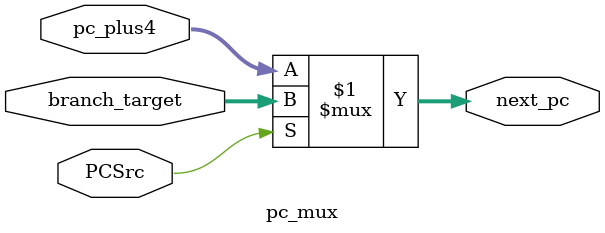
<source format=v>

`timescale 1ns / 1ps

module pc_mux (
    input  wire [31:0] pc_plus4,       // PC + 4 (sequential)
    input  wire [31:0] branch_target,  // PC + imm (from Adder2)
    input  wire        PCSrc,          // control: 0 = sequential, 1 = branch
    output wire [31:0] next_pc         // mux output to Program Counter
);

    // Simple combinational select
    assign next_pc = (PCSrc) ? branch_target : pc_plus4;

endmodule

</source>
